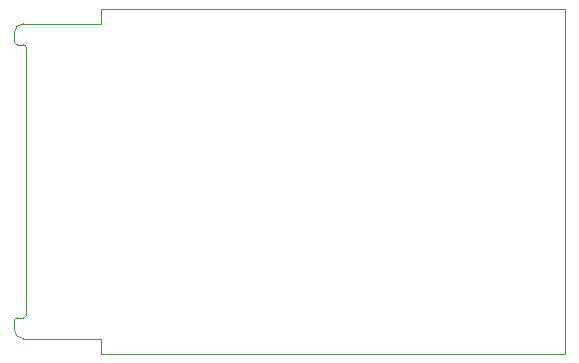
<source format=gbr>
%FSLAX46Y46*%
G04 Gerber Fmt 4.6, Leading zero omitted, Abs format (unit mm)*
G04 Created by KiCad (PCBNEW (2014-10-27 BZR 5228)-product) date 5/1/2015 7:00:49 PM*
%MOMM*%
G01*
G04 APERTURE LIST*
%ADD10C,0.100000*%
G04 APERTURE END LIST*
D10*
X7366000Y-29210000D02*
X46609000Y-29210000D01*
X7366000Y-27940000D02*
X7366000Y-29210000D01*
X7366000Y0D02*
X46609000Y0D01*
X7366000Y-1270000D02*
X7366000Y0D01*
X7366000Y-1270000D02*
X762000Y-1270000D01*
X7366000Y-27940000D02*
X762000Y-27940000D01*
X254000Y-26162000D02*
X762000Y-26162000D01*
X0Y-27178000D02*
X0Y-26416000D01*
X0Y-27178000D02*
G75*
G03X762000Y-27940000I762000J0D01*
G01*
X254000Y-26162000D02*
G75*
G03X0Y-26416000I0J-254000D01*
G01*
X762000Y-26162000D02*
G75*
G03X1016000Y-25908000I0J254000D01*
G01*
X1016000Y-3302000D02*
X1016000Y-25908000D01*
X254000Y-3048000D02*
X762000Y-3048000D01*
X0Y-2032000D02*
X0Y-2794000D01*
X1016000Y-3302000D02*
G75*
G03X762000Y-3048000I-254000J0D01*
G01*
X0Y-2794000D02*
G75*
G03X254000Y-3048000I254000J0D01*
G01*
X762000Y-1270000D02*
G75*
G03X0Y-2032000I0J-762000D01*
G01*
X46609000Y0D02*
X46609000Y-29210000D01*
M02*

</source>
